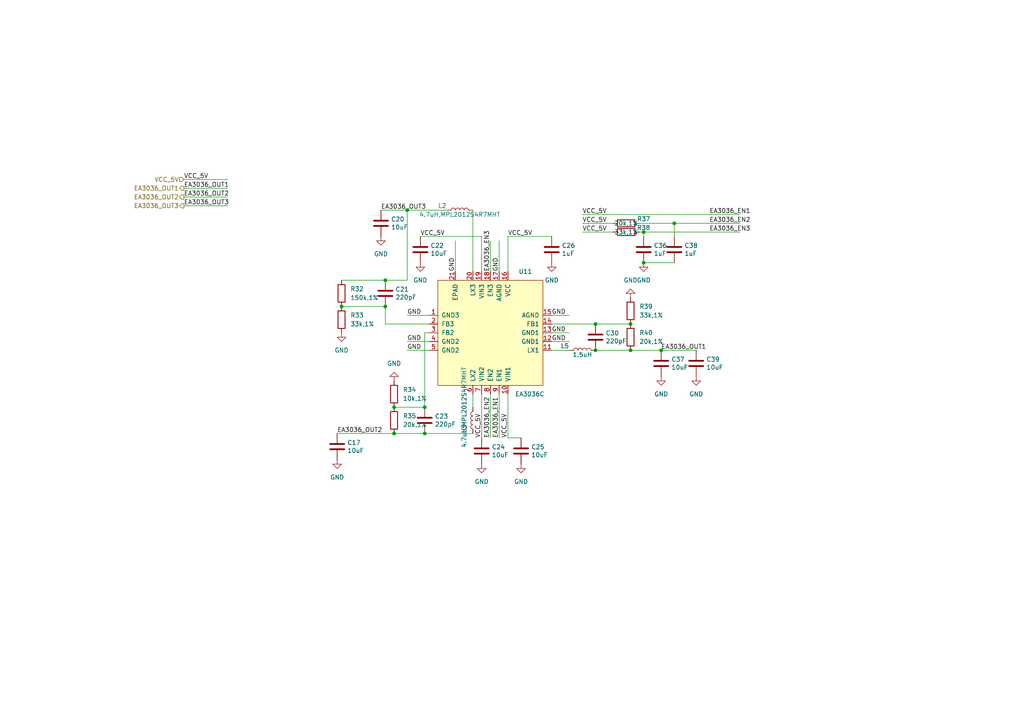
<source format=kicad_sch>
(kicad_sch (version 20250114) (generator "eeschema") (generator_version "9.0")
  (paper "A4")
  (lib_symbols
    (symbol "Device:C" (pin_numbers (hide yes)) (pin_names (offset 0.254))
      (property "Reference" "C" (at 0.635 2.54 0))
      (property "Value" "C" (at 0.635 -2.54 0))
      (symbol "C_0_1"
        (polyline (pts (xy -2.032 0.762) (xy 2.032 0.762)) (stroke (width 0.508)))
        (polyline (pts (xy -2.032 -0.762) (xy 2.032 -0.762)) (stroke (width 0.508)))
      )
      (symbol "C_1_1"
        (pin passive line (at 0 3.81 270) (length 2.794) (name "~") (number "1"))
        (pin passive line (at 0 -3.81 90) (length 2.794) (name "~") (number "2"))
      )
    )
    (symbol "Device:L" (pin_numbers (hide yes)) (pin_names (offset 1.016) (hide yes))
      (property "Reference" "L" (at -1.27 0 90))
      (property "Value" "L" (at 1.905 0 90))
      (symbol "L_0_1"
        (arc (start 0 2.54) (mid 0.6323 1.905) (end 0 1.27))
        (arc (start 0 1.27) (mid 0.6323 0.635) (end 0 0))
        (arc (start 0 0) (mid 0.6323 -0.635) (end 0 -1.27))
        (arc (start 0 -1.27) (mid 0.6323 -1.905) (end 0 -2.54))
      )
      (symbol "L_1_1"
        (pin passive line (at 0 3.81 270) (length 1.27) (name "1") (number "1"))
        (pin passive line (at 0 -3.81 90) (length 1.27) (name "2") (number "2"))
      )
    )
    (symbol "Device:R" (pin_numbers (hide yes)) (pin_names (offset 0))
      (property "Reference" "R" (at 2.032 0 90))
      (property "Value" "R" (at 0 0 90))
      (symbol "R_0_1"
        (rectangle (start -1.016 -2.54) (end 1.016 2.54) (stroke (width 0.254)))
      )
      (symbol "R_1_1"
        (pin passive line (at 0 3.81 270) (length 1.27) (name "~") (number "1"))
        (pin passive line (at 0 -3.81 90) (length 1.27) (name "~") (number "2"))
      )
    )
    (symbol "power:GND" (power) (pin_names (offset 0))
      (property "Value" "GND" (at 0 -3.81 0))
      (symbol "GND_0_1"
        (polyline (pts (xy 0 0) (xy 0 -1.27) (xy 1.27 -1.27) (xy 0 -2.54) (xy -1.27 -1.27) (xy 0 -1.27)))
      )
      (symbol "GND_1_1"
        (pin power_in line (at 0 0 270) (length 0) (hide yes) (name "GND") (number "1"))
      )
    )
    (symbol "vllogic_chip:EA3036C" (pin_names (offset 1.016))
      (property "Reference" "U" (at 12.7 17.78 0))
      (property "Value" "EA3036C" (at 12.7 -17.78 0))
      (symbol "EA3036C_1_1"
        (rectangle (start -15.24 15.24) (end 15.24 -15.24) (fill (type background)))
        (pin bidirectional line (at -17.78 5.08 0) (length 2.54) (name "GND3") (number "1"))
        (pin bidirectional line (at -17.78 2.54 0) (length 2.54) (name "FB3") (number "2"))
        (pin bidirectional line (at -17.78 0 0) (length 2.54) (name "FB2") (number "3"))
        (pin bidirectional line (at -17.78 -2.54 0) (length 2.54) (name "GND2") (number "4"))
        (pin bidirectional line (at -17.78 -5.08 0) (length 2.54) (name "GND2") (number "5"))
        (pin bidirectional line (at -10.16 17.78 270) (length 2.54) (name "EPAD") (number "21"))
        (pin bidirectional line (at -5.08 17.78 270) (length 2.54) (name "LX3") (number "20"))
        (pin bidirectional line (at -5.08 -17.78 90) (length 2.54) (name "LX2") (number "6"))
        (pin bidirectional line (at -2.54 17.78 270) (length 2.54) (name "VIN3") (number "19"))
        (pin bidirectional line (at -2.54 -17.78 90) (length 2.54) (name "VIN2") (number "7"))
        (pin bidirectional line (at 0 17.78 270) (length 2.54) (name "EN3") (number "18"))
        (pin bidirectional line (at 0 -17.78 90) (length 2.54) (name "EN2") (number "8"))
        (pin bidirectional line (at 2.54 17.78 270) (length 2.54) (name "AGND") (number "17"))
        (pin bidirectional line (at 2.54 -17.78 90) (length 2.54) (name "EN1") (number "9"))
        (pin bidirectional line (at 5.08 17.78 270) (length 2.54) (name "VCC") (number "16"))
        (pin bidirectional line (at 5.08 -17.78 90) (length 2.54) (name "VIN1") (number "10"))
        (pin bidirectional line (at 17.78 5.08 180) (length 2.54) (name "AGND") (number "15"))
        (pin bidirectional line (at 17.78 2.54 180) (length 2.54) (name "FB1") (number "14"))
        (pin bidirectional line (at 17.78 0 180) (length 2.54) (name "GND1") (number "13"))
        (pin bidirectional line (at 17.78 -2.54 180) (length 2.54) (name "GND1") (number "12"))
        (pin bidirectional line (at 17.78 -5.08 180) (length 2.54) (name "LX1") (number "11"))
      )
    )
  )
  (junction (at 123.19 118.11))
  (junction (at 182.88 93.98))
  (junction (at 172.72 93.98))
  (junction (at 111.76 81.28))
  (junction (at 111.76 88.9))
  (junction (at 114.3 118.11))
  (junction (at 191.77 101.6))
  (junction (at 114.3 125.73))
  (junction (at 99.06 88.9))
  (junction (at 186.69 67.31))
  (junction (at 186.69 76.2))
  (junction (at 195.58 64.77))
  (junction (at 118.11 60.96))
  (junction (at 182.88 101.6))
  (junction (at 172.72 101.6))
  (junction (at 123.19 125.73))
  (wire (pts (xy 168.91 64.77) (xy 177.8 64.77)))
  (wire (pts (xy 118.11 81.28) (xy 118.11 60.96)))
  (wire (pts (xy 147.32 68.58) (xy 160.02 68.58)))
  (wire (pts (xy 111.76 81.28) (xy 118.11 81.28)))
  (wire (pts (xy 121.92 68.58) (xy 139.7 68.58)))
  (wire (pts (xy 160.02 93.98) (xy 172.72 93.98)))
  (wire (pts (xy 151.13 127) (xy 147.32 127)))
  (wire (pts (xy 118.11 101.6) (xy 124.46 101.6)))
  (wire (pts (xy 53.34 57.15) (xy 66.04 57.15)))
  (wire (pts (xy 147.32 78.74) (xy 147.32 68.58)))
  (wire (pts (xy 168.91 62.23) (xy 214.63 62.23)))
  (wire (pts (xy 114.3 118.11) (xy 123.19 118.11)))
  (wire (pts (xy 186.69 67.31) (xy 186.69 68.58)))
  (wire (pts (xy 114.3 125.73) (xy 123.19 125.73)))
  (wire (pts (xy 160.02 91.44) (xy 165.1 91.44)))
  (wire (pts (xy 137.16 118.11) (xy 137.16 114.3)))
  (wire (pts (xy 139.7 127) (xy 139.7 114.3)))
  (wire (pts (xy 118.11 91.44) (xy 124.46 91.44)))
  (wire (pts (xy 144.78 78.74) (xy 144.78 69.85)))
  (wire (pts (xy 118.11 99.06) (xy 124.46 99.06)))
  (wire (pts (xy 144.78 127) (xy 144.78 114.3)))
  (wire (pts (xy 142.24 127) (xy 142.24 114.3)))
  (wire (pts (xy 147.32 127) (xy 147.32 114.3)))
  (wire (pts (xy 182.88 101.6) (xy 191.77 101.6)))
  (wire (pts (xy 53.34 52.07) (xy 66.04 52.07)))
  (wire (pts (xy 99.06 88.9) (xy 111.76 88.9)))
  (wire (pts (xy 110.49 60.96) (xy 118.11 60.96)))
  (wire (pts (xy 186.69 76.2) (xy 195.58 76.2)))
  (wire (pts (xy 53.34 59.69) (xy 66.04 59.69)))
  (wire (pts (xy 168.91 67.31) (xy 177.8 67.31)))
  (wire (pts (xy 111.76 88.9) (xy 111.76 93.98)))
  (wire (pts (xy 111.76 93.98) (xy 124.46 93.98)))
  (wire (pts (xy 186.69 67.31) (xy 214.63 67.31)))
  (wire (pts (xy 160.02 96.52) (xy 165.1 96.52)))
  (wire (pts (xy 97.79 125.73) (xy 114.3 125.73)))
  (wire (pts (xy 99.06 81.28) (xy 111.76 81.28)))
  (wire (pts (xy 123.19 96.52) (xy 124.46 96.52)))
  (wire (pts (xy 142.24 78.74) (xy 142.24 69.85)))
  (wire (pts (xy 172.72 93.98) (xy 182.88 93.98)))
  (wire (pts (xy 186.69 67.31) (xy 185.42 67.31)))
  (wire (pts (xy 118.11 60.96) (xy 129.54 60.96)))
  (wire (pts (xy 137.16 60.96) (xy 137.16 78.74)))
  (wire (pts (xy 53.34 54.61) (xy 66.04 54.61)))
  (wire (pts (xy 191.77 101.6) (xy 201.93 101.6)))
  (wire (pts (xy 132.08 78.74) (xy 132.08 69.85)))
  (wire (pts (xy 123.19 96.52) (xy 123.19 118.11)))
  (wire (pts (xy 185.42 64.77) (xy 195.58 64.77)))
  (wire (pts (xy 172.72 101.6) (xy 182.88 101.6)))
  (wire (pts (xy 160.02 101.6) (xy 165.1 101.6)))
  (wire (pts (xy 139.7 78.74) (xy 139.7 68.58)))
  (wire (pts (xy 123.19 125.73) (xy 137.16 125.73)))
  (wire (pts (xy 160.02 99.06) (xy 165.1 99.06)))
  (wire (pts (xy 195.58 64.77) (xy 195.58 68.58)))
  (wire (pts (xy 195.58 64.77) (xy 214.63 64.77)))
  (label "EA3036_EN2" (at 205.74 64.77 0))
  (label "EA3036_EN1" (at 205.74 62.23 0))
  (label "VCC_5V" (at 168.91 62.23 0))
  (label "GND" (at 160.02 91.44 0))
  (label "GND" (at 118.11 91.44 0))
  (label "VCC_5V" (at 121.92 68.58 0))
  (label "VCC_5V" (at 53.34 52.07 0))
  (label "EA3036_OUT2" (at 97.79 125.73 0))
  (label "GND" (at 144.78 78.74 90))
  (label "EA3036_EN3" (at 142.24 78.74 90))
  (label "GND" (at 118.11 101.6 0))
  (label "VCC_5V" (at 147.32 68.58 0))
  (label "EA3036_EN3" (at 205.74 67.31 0))
  (label "VCC_5V" (at 168.91 64.77 0))
  (label "EA3036_OUT2" (at 53.34 57.15 0))
  (label "VCC_5V" (at 168.91 67.31 0))
  (label "GND" (at 160.02 99.06 0))
  (label "VCC_5V" (at 147.32 127 90))
  (label "GND" (at 160.02 96.52 0))
  (label "GND" (at 118.11 99.06 0))
  (label "EA3036_OUT3" (at 53.34 59.69 0))
  (label "EA3036_OUT1" (at 191.77 101.6 0))
  (label "EA3036_EN1" (at 144.78 127 90))
  (label "GND" (at 132.08 78.74 90))
  (label "EA3036_OUT3" (at 110.49 60.96 0))
  (label "VCC_5V" (at 139.7 127 90))
  (label "EA3036_OUT1" (at 53.34 54.61 0))
  (label "EA3036_EN2" (at 142.24 127 90))
  (hierarchical_label "VCC_5V" (shape input) (at 53.34 52.07 180))
  (hierarchical_label "EA3036_OUT1" (shape output) (at 53.34 54.61 180))
  (hierarchical_label "EA3036_OUT3" (shape output) (at 53.34 59.69 180))
  (hierarchical_label "EA3036_OUT2" (shape output) (at 53.34 57.15 180))
  (symbol (lib_id "Device:C") (at 172.72 97.79 180) (unit 1)
    (property "Reference" "C30" (at 175.641 96.6216 0) (effects (justify right)))
    (property "Value" "220pF" (at 175.641 98.933 0) (effects (justify right)))
    (property "Footprint" "Capacitor_SMD:C_0402_1005Metric" (effects (hide yes)))
  )
  (symbol (lib_id "Device:R") (at 181.61 67.31 270) (unit 1)
    (property "Reference" "R38" (at 186.69 66.04 90))
    (property "Value" "33k,1%" (at 181.61 67.31 90))
    (property "Footprint" "Resistor_SMD:R_0402_1005Metric" (effects (hide yes)))
  )
  (symbol (lib_id "power:GND") (at 110.49 68.58 0) (unit 1)
    (property "Reference" "#PWR034" (effects (hide yes)))
    (property "Value" "GND" (at 110.49 73.66 0))
  )
  (symbol (lib_id "Device:C") (at 110.49 64.77 180) (unit 1)
    (property "Reference" "C20" (at 113.411 63.6016 0) (effects (justify right)))
    (property "Value" "10uF" (at 113.411 65.913 0) (effects (justify right)))
    (property "Footprint" "Capacitor_SMD:C_0402_1005Metric" (effects (hide yes)))
  )
  (symbol (lib_id "Device:C") (at 201.93 105.41 180) (unit 1)
    (property "Reference" "C39" (at 204.851 104.2416 0) (effects (justify right)))
    (property "Value" "10uF" (at 204.851 106.553 0) (effects (justify right)))
    (property "Footprint" "Capacitor_SMD:C_0402_1005Metric" (effects (hide yes)))
  )
  (symbol (lib_id "Device:C") (at 195.58 72.39 180) (unit 1)
    (property "Reference" "C38" (at 198.501 71.2216 0) (effects (justify right)))
    (property "Value" "1uF" (at 198.501 73.533 0) (effects (justify right)))
    (property "Footprint" "Capacitor_SMD:C_0402_1005Metric" (effects (hide yes)))
  )
  (symbol (lib_id "Device:L") (at 133.35 60.96 90) (unit 1)
    (property "Reference" "L2" (at 128.27 59.69 90))
    (property "Value" "4.7uH,MPL2012S4R7MHT" (at 133.35 62.23 90))
    (property "Footprint" "Inductor_SMD:L_0805_2012Metric" (effects (hide yes)))
  )
  (symbol (lib_id "power:GND") (at 201.93 109.22 0) (unit 1)
    (property "Reference" "#PWR047" (effects (hide yes)))
    (property "Value" "GND" (at 201.93 114.3 0))
  )
  (symbol (lib_id "power:GND") (at 121.92 76.2 0) (unit 1)
    (property "Reference" "#PWR036" (effects (hide yes)))
    (property "Value" "GND" (at 121.92 81.28 0))
  )
  (symbol (lib_id "Device:R") (at 99.06 92.71 0) (unit 1)
    (property "Reference" "R33" (at 101.6 91.44 0) (effects (justify left)))
    (property "Value" "33k,1%" (at 101.6 93.98 0) (effects (justify left)))
    (property "Footprint" "Resistor_SMD:R_0402_1005Metric" (effects (hide yes)))
  )
  (symbol (lib_id "power:GND") (at 160.02 76.2 0) (unit 1)
    (property "Reference" "#PWR039" (effects (hide yes)))
    (property "Value" "GND" (at 160.02 81.28 0))
  )
  (symbol (lib_id "Device:C") (at 191.77 105.41 180) (unit 1)
    (property "Reference" "C37" (at 194.691 104.2416 0) (effects (justify right)))
    (property "Value" "10uF" (at 194.691 106.553 0) (effects (justify right)))
    (property "Footprint" "Capacitor_SMD:C_0402_1005Metric" (effects (hide yes)))
  )
  (symbol (lib_id "Device:L") (at 137.16 121.92 180) (unit 1)
    (property "Reference" "L3" (at 134.62 124.46 90))
    (property "Value" "4.7uH,MPL2012S4R7MHT" (at 134.62 118.11 90))
    (property "Footprint" "Inductor_SMD:L_0805_2012Metric" (effects (hide yes)))
  )
  (symbol (lib_id "power:GND") (at 186.69 76.2 0) (unit 1)
    (property "Reference" "#PWR045" (effects (hide yes)))
    (property "Value" "GND" (at 186.69 81.28 0))
  )
  (symbol (lib_id "power:GND") (at 97.79 133.35 0) (unit 1)
    (property "Reference" "#PWR030" (effects (hide yes)))
    (property "Value" "GND" (at 97.79 138.43 0))
  )
  (symbol (lib_id "Device:R") (at 114.3 114.3 0) (unit 1)
    (property "Reference" "R34" (at 116.84 113.03 0) (effects (justify left)))
    (property "Value" "10k,1%" (at 116.84 115.57 0) (effects (justify left)))
    (property "Footprint" "Resistor_SMD:R_0402_1005Metric" (effects (hide yes)))
  )
  (symbol (lib_id "Device:C") (at 160.02 72.39 180) (unit 1)
    (property "Reference" "C26" (at 162.941 71.2216 0) (effects (justify right)))
    (property "Value" "1uF" (at 162.941 73.533 0) (effects (justify right)))
    (property "Footprint" "Capacitor_SMD:C_0402_1005Metric" (effects (hide yes)))
  )
  (symbol (lib_id "Device:L") (at 168.91 101.6 90) (unit 1)
    (property "Reference" "L5" (at 163.83 100.33 90))
    (property "Value" "1.5uH" (at 168.91 102.87 90))
    (property "Footprint" "vllogic:L_NR2520xx" (effects (hide yes)))
  )
  (symbol (lib_id "Device:R") (at 182.88 90.17 0) (unit 1)
    (property "Reference" "R39" (at 185.42 88.9 0) (effects (justify left)))
    (property "Value" "33k,1%" (at 185.42 91.44 0) (effects (justify left)))
    (property "Footprint" "Resistor_SMD:R_0402_1005Metric" (effects (hide yes)))
  )
  (symbol (lib_id "Device:C") (at 97.79 129.54 180) (unit 1)
    (property "Reference" "C17" (at 100.711 128.3716 0) (effects (justify right)))
    (property "Value" "10uF" (at 100.711 130.683 0) (effects (justify right)))
    (property "Footprint" "Capacitor_SMD:C_0402_1005Metric" (effects (hide yes)))
  )
  (symbol (lib_id "Device:R") (at 114.3 121.92 0) (unit 1)
    (property "Reference" "R35" (at 116.84 120.65 0) (effects (justify left)))
    (property "Value" "20k,1%" (at 116.84 123.19 0) (effects (justify left)))
    (property "Footprint" "Resistor_SMD:R_0402_1005Metric" (effects (hide yes)))
  )
  (symbol (lib_id "power:GND") (at 191.77 109.22 0) (unit 1)
    (property "Reference" "#PWR046" (effects (hide yes)))
    (property "Value" "GND" (at 191.77 114.3 0))
  )
  (symbol (lib_id "power:GND") (at 182.88 86.36 180) (unit 1)
    (property "Reference" "#PWR044" (effects (hide yes)))
    (property "Value" "GND" (at 182.88 81.28 0))
  )
  (symbol (lib_id "Device:C") (at 186.69 72.39 180) (unit 1)
    (property "Reference" "C36" (at 189.611 71.2216 0) (effects (justify right)))
    (property "Value" "1uF" (at 189.611 73.533 0) (effects (justify right)))
    (property "Footprint" "Capacitor_SMD:C_0402_1005Metric" (effects (hide yes)))
  )
  (symbol (lib_id "vllogic_chip:EA3036C") (at 142.24 96.52 0) (unit 1)
    (property "Reference" "U11" (at 152.4 78.74 0))
    (property "Value" "EA3036C" (at 153.67 114.3 0))
    (property "Footprint" "vllogic:QFN-20-1EP_3x3mm_P0.4mm_EP1.65x1.65mm" (effects (hide yes)))
  )
  (symbol (lib_id "Device:C") (at 151.13 130.81 180) (unit 1)
    (property "Reference" "C25" (at 154.051 129.6416 0) (effects (justify right)))
    (property "Value" "10uF" (at 154.051 131.953 0) (effects (justify right)))
    (property "Footprint" "Capacitor_SMD:C_0402_1005Metric" (effects (hide yes)))
  )
  (symbol (lib_id "Device:C") (at 139.7 130.81 180) (unit 1)
    (property "Reference" "C24" (at 142.621 129.6416 0) (effects (justify right)))
    (property "Value" "10uF" (at 142.621 131.953 0) (effects (justify right)))
    (property "Footprint" "Capacitor_SMD:C_0402_1005Metric" (effects (hide yes)))
  )
  (symbol (lib_id "Device:C") (at 123.19 121.92 180) (unit 1)
    (property "Reference" "C23" (at 126.111 120.7516 0) (effects (justify right)))
    (property "Value" "220pF" (at 126.111 123.063 0) (effects (justify right)))
    (property "Footprint" "Capacitor_SMD:C_0402_1005Metric" (effects (hide yes)))
  )
  (symbol (lib_id "power:GND") (at 151.13 134.62 0) (unit 1)
    (property "Reference" "#PWR038" (effects (hide yes)))
    (property "Value" "GND" (at 151.13 139.7 0))
  )
  (symbol (lib_id "power:GND") (at 99.06 96.52 0) (unit 1)
    (property "Reference" "#PWR032" (effects (hide yes)))
    (property "Value" "GND" (at 99.06 101.6 0))
  )
  (symbol (lib_id "power:GND") (at 114.3 110.49 180) (unit 1)
    (property "Reference" "#PWR035" (effects (hide yes)))
    (property "Value" "GND" (at 114.3 105.41 0))
  )
  (symbol (lib_id "Device:R") (at 182.88 97.79 0) (unit 1)
    (property "Reference" "R40" (at 185.42 96.52 0) (effects (justify left)))
    (property "Value" "20k,1%" (at 185.42 99.06 0) (effects (justify left)))
    (property "Footprint" "Resistor_SMD:R_0402_1005Metric" (effects (hide yes)))
  )
  (symbol (lib_id "Device:R") (at 99.06 85.09 0) (unit 1)
    (property "Reference" "R32" (at 101.6 83.82 0) (effects (justify left)))
    (property "Value" "150k,1%" (at 101.6 86.36 0) (effects (justify left)))
    (property "Footprint" "Resistor_SMD:R_0402_1005Metric" (effects (hide yes)))
  )
  (symbol (lib_id "Device:R") (at 181.61 64.77 270) (unit 1)
    (property "Reference" "R37" (at 186.69 63.5 90))
    (property "Value" "20k,1%" (at 181.61 64.77 90))
    (property "Footprint" "Resistor_SMD:R_0402_1005Metric" (effects (hide yes)))
  )
  (symbol (lib_id "Device:C") (at 111.76 85.09 180) (unit 1)
    (property "Reference" "C21" (at 114.681 83.9216 0) (effects (justify right)))
    (property "Value" "220pF" (at 114.681 86.233 0) (effects (justify right)))
    (property "Footprint" "Capacitor_SMD:C_0402_1005Metric" (effects (hide yes)))
  )
  (symbol (lib_id "Device:C") (at 121.92 72.39 180) (unit 1)
    (property "Reference" "C22" (at 124.841 71.2216 0) (effects (justify right)))
    (property "Value" "10uF" (at 124.841 73.533 0) (effects (justify right)))
    (property "Footprint" "Capacitor_SMD:C_0402_1005Metric" (effects (hide yes)))
  )
  (symbol (lib_id "power:GND") (at 139.7 134.62 0) (unit 1)
    (property "Reference" "#PWR037" (effects (hide yes)))
    (property "Value" "GND" (at 139.7 139.7 0))
  )
)
</source>
